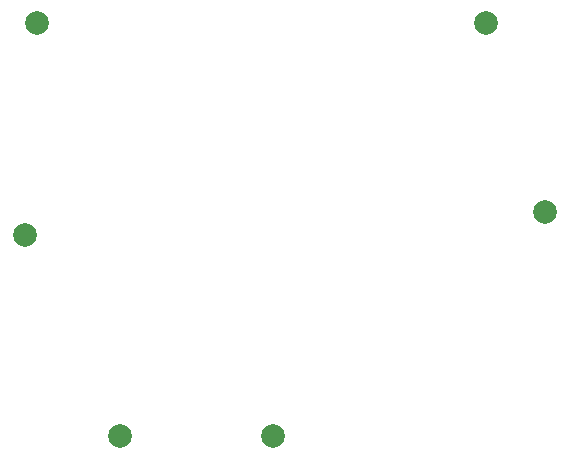
<source format=gbr>
%TF.GenerationSoftware,KiCad,Pcbnew,(6.0.0)*%
%TF.CreationDate,2022-06-20T09:58:44+02:00*%
%TF.ProjectId,bottom_plate_pcb,626f7474-6f6d-45f7-906c-6174655f7063,rev?*%
%TF.SameCoordinates,Original*%
%TF.FileFunction,Paste,Top*%
%TF.FilePolarity,Positive*%
%FSLAX46Y46*%
G04 Gerber Fmt 4.6, Leading zero omitted, Abs format (unit mm)*
G04 Created by KiCad (PCBNEW (6.0.0)) date 2022-06-20 09:58:44*
%MOMM*%
%LPD*%
G01*
G04 APERTURE LIST*
%ADD10C,2.000000*%
G04 APERTURE END LIST*
D10*
%TO.C,TP4*%
X152000000Y-98000000D03*
%TD*%
%TO.C,TP2*%
X116000000Y-117000000D03*
%TD*%
%TO.C,TP1*%
X129000000Y-117000000D03*
%TD*%
%TO.C,TP6*%
X147000000Y-82000000D03*
%TD*%
%TO.C,TP3*%
X108000000Y-100000000D03*
%TD*%
%TO.C,TP5*%
X109000000Y-82000000D03*
%TD*%
M02*

</source>
